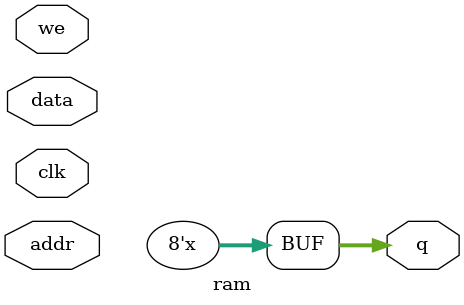
<source format=v>
module ram #(
    parameter ADDR_WIDTH=6,
    parameter DATA_WIDTH=8
) (
    input [DATA_WIDTH-1:0] data,
    input [ADDR_WIDTH-1:0] addr,
    input we, clk,
    output [7:0] q
);
reg [DATA_WIDTH-1:0] ram[2**ADDR_WIDTH-1:0];
// when we is high, write data to ram at address addr
// assign the ram value at address addr to q
always @(we)
begin
    if (clk == 1) begin
        ram[addr] = data;
        q <= data;
    end
end
// when we is low, read data from ram at address addr
// assign the ram value at address addr to q
always @(we)
begin
    if (clk == 0) begin
        data <= ram[addr];
        q <= data;
    end
end
endmodule

</source>
